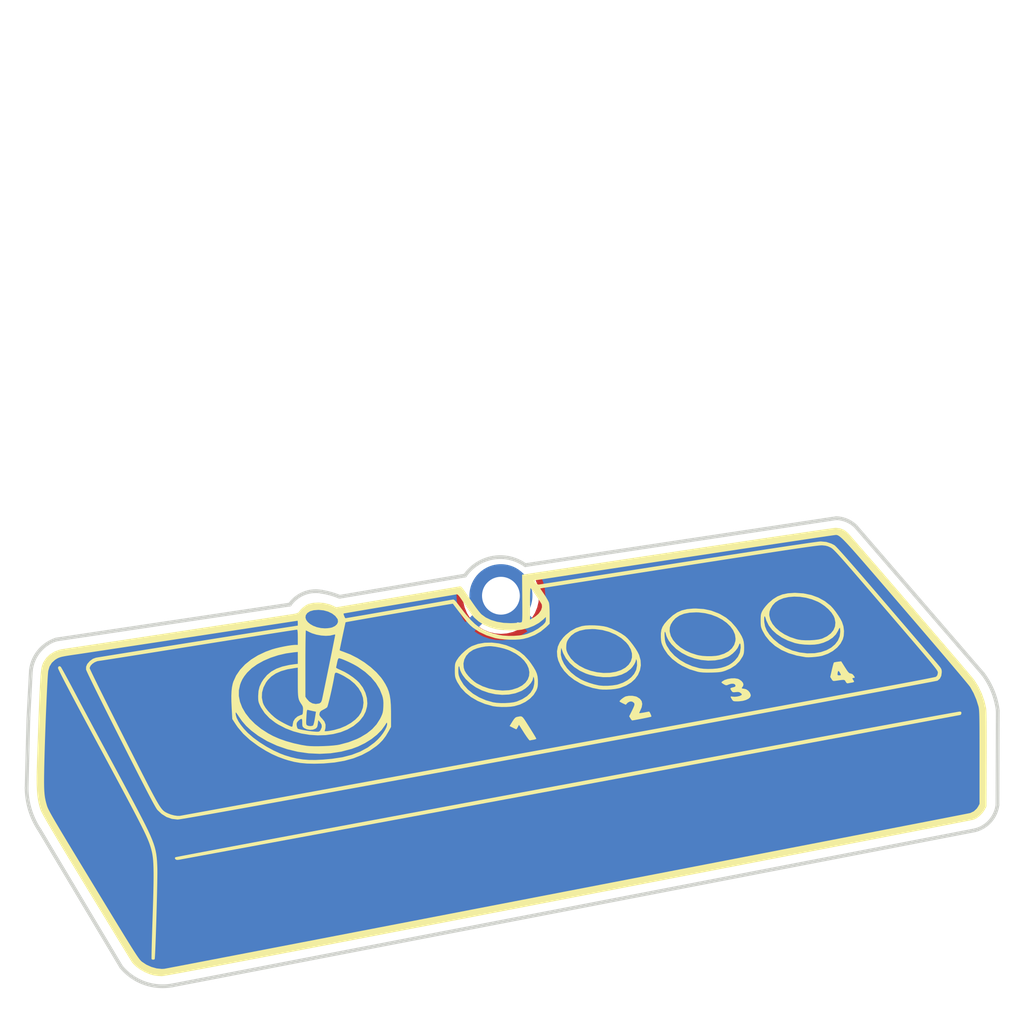
<source format=kicad_pcb>
(kicad_pcb (version 20211014) (generator pcbnew)
  (layers (0 "F.Cu" signal) (31 "B.Cu" signal) (34 "B.Paste" user) (35 "F.Paste" user) (36 "B.SilkS" user "B.Silkscreen") (37 "F.SilkS" user "F.Silkscreen") (38 "B.Mask" user) (39 "F.Mask" user) (44 "Edge.Cuts" user))
  (net 0 "")
  (net 1 "/TOUCH_PAD")
  (footprint "vectrex-sao:vectrex-graphic-controller-80mm" (layer "F.Cu") (at 113.575 63.9)
    (fp_text reference "G***" hide)
    (fp_text value "vectrex-graphic-controller-80mm" hide)
  )
  (footprint "vectrex-sao:MountingHole_1.5mm_M2_Pad_TopOnly" (layer "B.Cu") (at 120.25 87.275 180)
    (fp_text reference "JP1" hide)
    (fp_text value "TOUCH_PAD" hide)
    (pad "1" thru_hole circle (at 0 0 180) (size 2 2) (drill 1.5) (layers *.Cu *.Mask) (net 1 "/TOUCH_PAD"))
    (pad "1" connect circle (at 0 0 180) (size 2.5 2.5) (layers "B.Cu" "B.Mask") (net 1 "/TOUCH_PAD"))
  )
  (gr_arc (start 113.124588 87.114764) (mid 113.491955 87.194168) (end 113.847116 87.31715) (layer "Edge.Cuts") (width 0.15))
  (gr_arc (start 118.825 86.475) (mid 119.934498 85.76886) (end 121.216624 86.061726) (layer "Edge.Cuts") (width 0.15))
  (gr_line (start 139.050491 96.577054) (end 107.225 102.725) (layer "Edge.Cuts") (width 0.15))
  (gr_line (start 101.5 92.175) (end 101.431154 94.89995) (layer "Edge.Cuts") (width 0.15))
  (gr_arc (start 133.55 84.200001) (mid 133.968806 84.288794) (end 134.326135 84.524588) (layer "Edge.Cuts") (width 0.15))
  (gr_line (start 118.825 86.475) (end 113.847116 87.31715) (layer "Edge.Cuts") (width 0.15))
  (gr_arc (start 111.875001 87.625001) (mid 112.425395 87.187676) (end 113.124588 87.114764) (layer "Edge.Cuts") (width 0.15))
  (gr_arc (start 101.600001 90.25) (mid 101.918774 89.480584) (end 102.606789 89.011273) (layer "Edge.Cuts") (width 0.15))
  (gr_line (start 101.5 92.175) (end 101.6 90.25) (layer "Edge.Cuts") (width 0.15))
  (gr_line (start 105.18707 101.998748) (end 101.95 96.575) (layer "Edge.Cuts") (width 0.15))
  (gr_arc (start 139.375 90.375) (mid 139.764946 91.065394) (end 139.962761 91.833229) (layer "Edge.Cuts") (width 0.15))
  (gr_line (start 121.216624 86.061726) (end 133.55 84.200001) (layer "Edge.Cuts") (width 0.15))
  (gr_arc (start 101.950001 96.574999) (mid 101.567346 95.775646) (end 101.431154 94.89995) (layer "Edge.Cuts") (width 0.15))
  (gr_line (start 102.606789 89.011273) (end 111.875 87.625) (layer "Edge.Cuts") (width 0.15))
  (gr_arc (start 107.225 102.724999) (mid 106.107381 102.638708) (end 105.18707 101.998748) (layer "Edge.Cuts") (width 0.15))
  (gr_arc (start 139.949999 95.575) (mid 139.656481 96.216274) (end 139.050491 96.577054) (layer "Edge.Cuts") (width 0.15))
  (gr_line (start 139.962761 91.833229) (end 139.95 95.575) (layer "Edge.Cuts") (width 0.15))
  (gr_line (start 134.326135 84.524588) (end 139.375 90.375) (layer "Edge.Cuts") (width 0.15))
  (zone (net 1) (net_name "/TOUCH_PAD") (layer "F.Cu") (connect_pads (clearance 0.508)) (min_thickness 0.254) (fill yes (thermal_gap 0.508) (thermal_bridge_width 0.508))
    (polygon (pts (xy 140.975 90.675) (xy 140.95 97.1) (xy 105.425 104.275) (xy 100.375 95.7) (xy 100.5 88.15) (xy 134.2 83)))
  )
  (zone (net 1) (net_name "/TOUCH_PAD") (layer "B.Cu") (connect_pads (clearance 0.508)) (min_thickness 0.254) (fill yes (thermal_gap 0.508) (thermal_bridge_width 0.508))
    (polygon (pts (xy 140.975 90.675) (xy 140.95 97.1) (xy 105.425 104.275) (xy 100.375 95.7) (xy 100.5 88.15) (xy 134.2 83)))
  )
)
</source>
